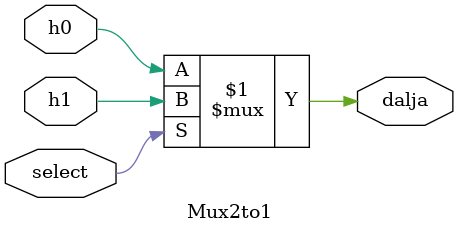
<source format=v>
`timescale 1ns / 1ps


module Mux2to1(
    input h0,
    input h1,
    input select,
    output dalja
    );
    
    assign dalja = select ? h1 : h0;
 
endmodule

</source>
